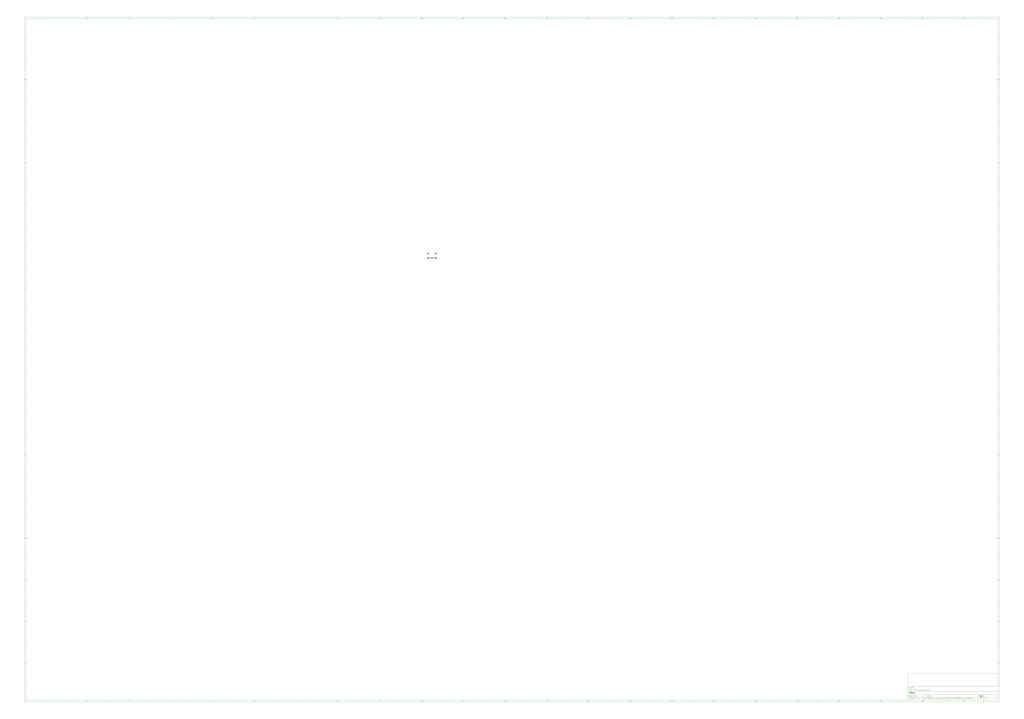
<source format=gbr>
%TF.GenerationSoftware,KiCad,Pcbnew,5.99.0-unknown-912657dd23~106~ubuntu20.04.1*%
%TF.CreationDate,2020-12-28T23:19:27+03:00*%
%TF.ProjectId,CM4_2,434d345f-322e-46b6-9963-61645f706362,rev?*%
%TF.SameCoordinates,PX1ce88340PY15c17540*%
%TF.FileFunction,Paste,Bot*%
%TF.FilePolarity,Positive*%
%FSLAX46Y46*%
G04 Gerber Fmt 4.6, Leading zero omitted, Abs format (unit mm)*
G04 Created by KiCad (PCBNEW 5.99.0-unknown-912657dd23~106~ubuntu20.04.1) date 2020-12-28 23:19:27*
%MOMM*%
%LPD*%
G01*
G04 APERTURE LIST*
%ADD10C,0.100000*%
%ADD11C,0.150000*%
%ADD12C,0.300000*%
%ADD13C,0.400000*%
%ADD14R,0.500000X2.000000*%
%ADD15R,2.000000X1.700000*%
G04 APERTURE END LIST*
D10*
D11*
X583999400Y-431994000D02*
X583999400Y-463994000D01*
X691999400Y-463994000D01*
X691999400Y-431994000D01*
X583999400Y-431994000D01*
D10*
D11*
X-475000000Y355000000D02*
X-475000000Y-465994000D01*
X693999400Y-465994000D01*
X693999400Y355000000D01*
X-475000000Y355000000D01*
D10*
D11*
X-473000000Y353000000D02*
X-473000000Y-463994000D01*
X691999400Y-463994000D01*
X691999400Y353000000D01*
X-473000000Y353000000D01*
D10*
D11*
X-425000000Y353000000D02*
X-425000000Y355000000D01*
D10*
D11*
X-375000000Y353000000D02*
X-375000000Y355000000D01*
D10*
D11*
X-325000000Y353000000D02*
X-325000000Y355000000D01*
D10*
D11*
X-275000000Y353000000D02*
X-275000000Y355000000D01*
D10*
D11*
X-225000000Y353000000D02*
X-225000000Y355000000D01*
D10*
D11*
X-175000000Y353000000D02*
X-175000000Y355000000D01*
D10*
D11*
X-125000000Y353000000D02*
X-125000000Y355000000D01*
D10*
D11*
X-75000000Y353000000D02*
X-75000000Y355000000D01*
D10*
D11*
X-25000000Y353000000D02*
X-25000000Y355000000D01*
D10*
D11*
X25000000Y353000000D02*
X25000000Y355000000D01*
D10*
D11*
X75000000Y353000000D02*
X75000000Y355000000D01*
D10*
D11*
X125000000Y353000000D02*
X125000000Y355000000D01*
D10*
D11*
X175000000Y353000000D02*
X175000000Y355000000D01*
D10*
D11*
X225000000Y353000000D02*
X225000000Y355000000D01*
D10*
D11*
X275000000Y353000000D02*
X275000000Y355000000D01*
D10*
D11*
X325000000Y353000000D02*
X325000000Y355000000D01*
D10*
D11*
X375000000Y353000000D02*
X375000000Y355000000D01*
D10*
D11*
X425000000Y353000000D02*
X425000000Y355000000D01*
D10*
D11*
X475000000Y353000000D02*
X475000000Y355000000D01*
D10*
D11*
X525000000Y353000000D02*
X525000000Y355000000D01*
D10*
D11*
X575000000Y353000000D02*
X575000000Y355000000D01*
D10*
D11*
X625000000Y353000000D02*
X625000000Y355000000D01*
D10*
D11*
X675000000Y353000000D02*
X675000000Y355000000D01*
D10*
D11*
X-448934524Y353411905D02*
X-449677381Y353411905D01*
X-449305953Y353411905D02*
X-449305953Y354711905D01*
X-449429762Y354526191D01*
X-449553572Y354402381D01*
X-449677381Y354340477D01*
D10*
D11*
X-399677381Y354588096D02*
X-399615477Y354650000D01*
X-399491667Y354711905D01*
X-399182143Y354711905D01*
X-399058334Y354650000D01*
X-398996429Y354588096D01*
X-398934524Y354464286D01*
X-398934524Y354340477D01*
X-398996429Y354154762D01*
X-399739286Y353411905D01*
X-398934524Y353411905D01*
D10*
D11*
X-349739286Y354711905D02*
X-348934524Y354711905D01*
X-349367858Y354216667D01*
X-349182143Y354216667D01*
X-349058334Y354154762D01*
X-348996429Y354092858D01*
X-348934524Y353969048D01*
X-348934524Y353659524D01*
X-348996429Y353535715D01*
X-349058334Y353473810D01*
X-349182143Y353411905D01*
X-349553572Y353411905D01*
X-349677381Y353473810D01*
X-349739286Y353535715D01*
D10*
D11*
X-299058334Y354278572D02*
X-299058334Y353411905D01*
X-299367858Y354773810D02*
X-299677381Y353845239D01*
X-298872620Y353845239D01*
D10*
D11*
X-248996429Y354711905D02*
X-249615477Y354711905D01*
X-249677381Y354092858D01*
X-249615477Y354154762D01*
X-249491667Y354216667D01*
X-249182143Y354216667D01*
X-249058334Y354154762D01*
X-248996429Y354092858D01*
X-248934524Y353969048D01*
X-248934524Y353659524D01*
X-248996429Y353535715D01*
X-249058334Y353473810D01*
X-249182143Y353411905D01*
X-249491667Y353411905D01*
X-249615477Y353473810D01*
X-249677381Y353535715D01*
D10*
D11*
X-199058334Y354711905D02*
X-199305953Y354711905D01*
X-199429762Y354650000D01*
X-199491667Y354588096D01*
X-199615477Y354402381D01*
X-199677381Y354154762D01*
X-199677381Y353659524D01*
X-199615477Y353535715D01*
X-199553572Y353473810D01*
X-199429762Y353411905D01*
X-199182143Y353411905D01*
X-199058334Y353473810D01*
X-198996429Y353535715D01*
X-198934524Y353659524D01*
X-198934524Y353969048D01*
X-198996429Y354092858D01*
X-199058334Y354154762D01*
X-199182143Y354216667D01*
X-199429762Y354216667D01*
X-199553572Y354154762D01*
X-199615477Y354092858D01*
X-199677381Y353969048D01*
D10*
D11*
X-149739286Y354711905D02*
X-148872620Y354711905D01*
X-149429762Y353411905D01*
D10*
D11*
X-99429762Y354154762D02*
X-99553572Y354216667D01*
X-99615477Y354278572D01*
X-99677381Y354402381D01*
X-99677381Y354464286D01*
X-99615477Y354588096D01*
X-99553572Y354650000D01*
X-99429762Y354711905D01*
X-99182143Y354711905D01*
X-99058334Y354650000D01*
X-98996429Y354588096D01*
X-98934524Y354464286D01*
X-98934524Y354402381D01*
X-98996429Y354278572D01*
X-99058334Y354216667D01*
X-99182143Y354154762D01*
X-99429762Y354154762D01*
X-99553572Y354092858D01*
X-99615477Y354030953D01*
X-99677381Y353907143D01*
X-99677381Y353659524D01*
X-99615477Y353535715D01*
X-99553572Y353473810D01*
X-99429762Y353411905D01*
X-99182143Y353411905D01*
X-99058334Y353473810D01*
X-98996429Y353535715D01*
X-98934524Y353659524D01*
X-98934524Y353907143D01*
X-98996429Y354030953D01*
X-99058334Y354092858D01*
X-99182143Y354154762D01*
D10*
D11*
X-49553572Y353411905D02*
X-49305953Y353411905D01*
X-49182143Y353473810D01*
X-49120239Y353535715D01*
X-48996429Y353721429D01*
X-48934524Y353969048D01*
X-48934524Y354464286D01*
X-48996429Y354588096D01*
X-49058334Y354650000D01*
X-49182143Y354711905D01*
X-49429762Y354711905D01*
X-49553572Y354650000D01*
X-49615477Y354588096D01*
X-49677381Y354464286D01*
X-49677381Y354154762D01*
X-49615477Y354030953D01*
X-49553572Y353969048D01*
X-49429762Y353907143D01*
X-49182143Y353907143D01*
X-49058334Y353969048D01*
X-48996429Y354030953D01*
X-48934524Y354154762D01*
D10*
D11*
X1065476Y353411905D02*
X322619Y353411905D01*
X694047Y353411905D02*
X694047Y354711905D01*
X570238Y354526191D01*
X446428Y354402381D01*
X322619Y354340477D01*
X1870238Y354711905D02*
X1994047Y354711905D01*
X2117857Y354650000D01*
X2179761Y354588096D01*
X2241666Y354464286D01*
X2303571Y354216667D01*
X2303571Y353907143D01*
X2241666Y353659524D01*
X2179761Y353535715D01*
X2117857Y353473810D01*
X1994047Y353411905D01*
X1870238Y353411905D01*
X1746428Y353473810D01*
X1684523Y353535715D01*
X1622619Y353659524D01*
X1560714Y353907143D01*
X1560714Y354216667D01*
X1622619Y354464286D01*
X1684523Y354588096D01*
X1746428Y354650000D01*
X1870238Y354711905D01*
D10*
D11*
X51065476Y353411905D02*
X50322619Y353411905D01*
X50694047Y353411905D02*
X50694047Y354711905D01*
X50570238Y354526191D01*
X50446428Y354402381D01*
X50322619Y354340477D01*
X52303571Y353411905D02*
X51560714Y353411905D01*
X51932142Y353411905D02*
X51932142Y354711905D01*
X51808333Y354526191D01*
X51684523Y354402381D01*
X51560714Y354340477D01*
D10*
D11*
X101065476Y353411905D02*
X100322619Y353411905D01*
X100694047Y353411905D02*
X100694047Y354711905D01*
X100570238Y354526191D01*
X100446428Y354402381D01*
X100322619Y354340477D01*
X101560714Y354588096D02*
X101622619Y354650000D01*
X101746428Y354711905D01*
X102055952Y354711905D01*
X102179761Y354650000D01*
X102241666Y354588096D01*
X102303571Y354464286D01*
X102303571Y354340477D01*
X102241666Y354154762D01*
X101498809Y353411905D01*
X102303571Y353411905D01*
D10*
D11*
X151065476Y353411905D02*
X150322619Y353411905D01*
X150694047Y353411905D02*
X150694047Y354711905D01*
X150570238Y354526191D01*
X150446428Y354402381D01*
X150322619Y354340477D01*
X151498809Y354711905D02*
X152303571Y354711905D01*
X151870238Y354216667D01*
X152055952Y354216667D01*
X152179761Y354154762D01*
X152241666Y354092858D01*
X152303571Y353969048D01*
X152303571Y353659524D01*
X152241666Y353535715D01*
X152179761Y353473810D01*
X152055952Y353411905D01*
X151684523Y353411905D01*
X151560714Y353473810D01*
X151498809Y353535715D01*
D10*
D11*
X201065476Y353411905D02*
X200322619Y353411905D01*
X200694047Y353411905D02*
X200694047Y354711905D01*
X200570238Y354526191D01*
X200446428Y354402381D01*
X200322619Y354340477D01*
X202179761Y354278572D02*
X202179761Y353411905D01*
X201870238Y354773810D02*
X201560714Y353845239D01*
X202365476Y353845239D01*
D10*
D11*
X251065476Y353411905D02*
X250322619Y353411905D01*
X250694047Y353411905D02*
X250694047Y354711905D01*
X250570238Y354526191D01*
X250446428Y354402381D01*
X250322619Y354340477D01*
X252241666Y354711905D02*
X251622619Y354711905D01*
X251560714Y354092858D01*
X251622619Y354154762D01*
X251746428Y354216667D01*
X252055952Y354216667D01*
X252179761Y354154762D01*
X252241666Y354092858D01*
X252303571Y353969048D01*
X252303571Y353659524D01*
X252241666Y353535715D01*
X252179761Y353473810D01*
X252055952Y353411905D01*
X251746428Y353411905D01*
X251622619Y353473810D01*
X251560714Y353535715D01*
D10*
D11*
X301065476Y353411905D02*
X300322619Y353411905D01*
X300694047Y353411905D02*
X300694047Y354711905D01*
X300570238Y354526191D01*
X300446428Y354402381D01*
X300322619Y354340477D01*
X302179761Y354711905D02*
X301932142Y354711905D01*
X301808333Y354650000D01*
X301746428Y354588096D01*
X301622619Y354402381D01*
X301560714Y354154762D01*
X301560714Y353659524D01*
X301622619Y353535715D01*
X301684523Y353473810D01*
X301808333Y353411905D01*
X302055952Y353411905D01*
X302179761Y353473810D01*
X302241666Y353535715D01*
X302303571Y353659524D01*
X302303571Y353969048D01*
X302241666Y354092858D01*
X302179761Y354154762D01*
X302055952Y354216667D01*
X301808333Y354216667D01*
X301684523Y354154762D01*
X301622619Y354092858D01*
X301560714Y353969048D01*
D10*
D11*
X351065476Y353411905D02*
X350322619Y353411905D01*
X350694047Y353411905D02*
X350694047Y354711905D01*
X350570238Y354526191D01*
X350446428Y354402381D01*
X350322619Y354340477D01*
X351498809Y354711905D02*
X352365476Y354711905D01*
X351808333Y353411905D01*
D10*
D11*
X401065476Y353411905D02*
X400322619Y353411905D01*
X400694047Y353411905D02*
X400694047Y354711905D01*
X400570238Y354526191D01*
X400446428Y354402381D01*
X400322619Y354340477D01*
X401808333Y354154762D02*
X401684523Y354216667D01*
X401622619Y354278572D01*
X401560714Y354402381D01*
X401560714Y354464286D01*
X401622619Y354588096D01*
X401684523Y354650000D01*
X401808333Y354711905D01*
X402055952Y354711905D01*
X402179761Y354650000D01*
X402241666Y354588096D01*
X402303571Y354464286D01*
X402303571Y354402381D01*
X402241666Y354278572D01*
X402179761Y354216667D01*
X402055952Y354154762D01*
X401808333Y354154762D01*
X401684523Y354092858D01*
X401622619Y354030953D01*
X401560714Y353907143D01*
X401560714Y353659524D01*
X401622619Y353535715D01*
X401684523Y353473810D01*
X401808333Y353411905D01*
X402055952Y353411905D01*
X402179761Y353473810D01*
X402241666Y353535715D01*
X402303571Y353659524D01*
X402303571Y353907143D01*
X402241666Y354030953D01*
X402179761Y354092858D01*
X402055952Y354154762D01*
D10*
D11*
X451065476Y353411905D02*
X450322619Y353411905D01*
X450694047Y353411905D02*
X450694047Y354711905D01*
X450570238Y354526191D01*
X450446428Y354402381D01*
X450322619Y354340477D01*
X451684523Y353411905D02*
X451932142Y353411905D01*
X452055952Y353473810D01*
X452117857Y353535715D01*
X452241666Y353721429D01*
X452303571Y353969048D01*
X452303571Y354464286D01*
X452241666Y354588096D01*
X452179761Y354650000D01*
X452055952Y354711905D01*
X451808333Y354711905D01*
X451684523Y354650000D01*
X451622619Y354588096D01*
X451560714Y354464286D01*
X451560714Y354154762D01*
X451622619Y354030953D01*
X451684523Y353969048D01*
X451808333Y353907143D01*
X452055952Y353907143D01*
X452179761Y353969048D01*
X452241666Y354030953D01*
X452303571Y354154762D01*
D10*
D11*
X500322619Y354588096D02*
X500384523Y354650000D01*
X500508333Y354711905D01*
X500817857Y354711905D01*
X500941666Y354650000D01*
X501003571Y354588096D01*
X501065476Y354464286D01*
X501065476Y354340477D01*
X501003571Y354154762D01*
X500260714Y353411905D01*
X501065476Y353411905D01*
X501870238Y354711905D02*
X501994047Y354711905D01*
X502117857Y354650000D01*
X502179761Y354588096D01*
X502241666Y354464286D01*
X502303571Y354216667D01*
X502303571Y353907143D01*
X502241666Y353659524D01*
X502179761Y353535715D01*
X502117857Y353473810D01*
X501994047Y353411905D01*
X501870238Y353411905D01*
X501746428Y353473810D01*
X501684523Y353535715D01*
X501622619Y353659524D01*
X501560714Y353907143D01*
X501560714Y354216667D01*
X501622619Y354464286D01*
X501684523Y354588096D01*
X501746428Y354650000D01*
X501870238Y354711905D01*
D10*
D11*
X550322619Y354588096D02*
X550384523Y354650000D01*
X550508333Y354711905D01*
X550817857Y354711905D01*
X550941666Y354650000D01*
X551003571Y354588096D01*
X551065476Y354464286D01*
X551065476Y354340477D01*
X551003571Y354154762D01*
X550260714Y353411905D01*
X551065476Y353411905D01*
X552303571Y353411905D02*
X551560714Y353411905D01*
X551932142Y353411905D02*
X551932142Y354711905D01*
X551808333Y354526191D01*
X551684523Y354402381D01*
X551560714Y354340477D01*
D10*
D11*
X600322619Y354588096D02*
X600384523Y354650000D01*
X600508333Y354711905D01*
X600817857Y354711905D01*
X600941666Y354650000D01*
X601003571Y354588096D01*
X601065476Y354464286D01*
X601065476Y354340477D01*
X601003571Y354154762D01*
X600260714Y353411905D01*
X601065476Y353411905D01*
X601560714Y354588096D02*
X601622619Y354650000D01*
X601746428Y354711905D01*
X602055952Y354711905D01*
X602179761Y354650000D01*
X602241666Y354588096D01*
X602303571Y354464286D01*
X602303571Y354340477D01*
X602241666Y354154762D01*
X601498809Y353411905D01*
X602303571Y353411905D01*
D10*
D11*
X650322619Y354588096D02*
X650384523Y354650000D01*
X650508333Y354711905D01*
X650817857Y354711905D01*
X650941666Y354650000D01*
X651003571Y354588096D01*
X651065476Y354464286D01*
X651065476Y354340477D01*
X651003571Y354154762D01*
X650260714Y353411905D01*
X651065476Y353411905D01*
X651498809Y354711905D02*
X652303571Y354711905D01*
X651870238Y354216667D01*
X652055952Y354216667D01*
X652179761Y354154762D01*
X652241666Y354092858D01*
X652303571Y353969048D01*
X652303571Y353659524D01*
X652241666Y353535715D01*
X652179761Y353473810D01*
X652055952Y353411905D01*
X651684523Y353411905D01*
X651560714Y353473810D01*
X651498809Y353535715D01*
D10*
D11*
X-425000000Y-463994000D02*
X-425000000Y-465994000D01*
D10*
D11*
X-375000000Y-463994000D02*
X-375000000Y-465994000D01*
D10*
D11*
X-325000000Y-463994000D02*
X-325000000Y-465994000D01*
D10*
D11*
X-275000000Y-463994000D02*
X-275000000Y-465994000D01*
D10*
D11*
X-225000000Y-463994000D02*
X-225000000Y-465994000D01*
D10*
D11*
X-175000000Y-463994000D02*
X-175000000Y-465994000D01*
D10*
D11*
X-125000000Y-463994000D02*
X-125000000Y-465994000D01*
D10*
D11*
X-75000000Y-463994000D02*
X-75000000Y-465994000D01*
D10*
D11*
X-25000000Y-463994000D02*
X-25000000Y-465994000D01*
D10*
D11*
X25000000Y-463994000D02*
X25000000Y-465994000D01*
D10*
D11*
X75000000Y-463994000D02*
X75000000Y-465994000D01*
D10*
D11*
X125000000Y-463994000D02*
X125000000Y-465994000D01*
D10*
D11*
X175000000Y-463994000D02*
X175000000Y-465994000D01*
D10*
D11*
X225000000Y-463994000D02*
X225000000Y-465994000D01*
D10*
D11*
X275000000Y-463994000D02*
X275000000Y-465994000D01*
D10*
D11*
X325000000Y-463994000D02*
X325000000Y-465994000D01*
D10*
D11*
X375000000Y-463994000D02*
X375000000Y-465994000D01*
D10*
D11*
X425000000Y-463994000D02*
X425000000Y-465994000D01*
D10*
D11*
X475000000Y-463994000D02*
X475000000Y-465994000D01*
D10*
D11*
X525000000Y-463994000D02*
X525000000Y-465994000D01*
D10*
D11*
X575000000Y-463994000D02*
X575000000Y-465994000D01*
D10*
D11*
X625000000Y-463994000D02*
X625000000Y-465994000D01*
D10*
D11*
X675000000Y-463994000D02*
X675000000Y-465994000D01*
D10*
D11*
X-448934524Y-465582095D02*
X-449677381Y-465582095D01*
X-449305953Y-465582095D02*
X-449305953Y-464282095D01*
X-449429762Y-464467809D01*
X-449553572Y-464591619D01*
X-449677381Y-464653523D01*
D10*
D11*
X-399677381Y-464405904D02*
X-399615477Y-464344000D01*
X-399491667Y-464282095D01*
X-399182143Y-464282095D01*
X-399058334Y-464344000D01*
X-398996429Y-464405904D01*
X-398934524Y-464529714D01*
X-398934524Y-464653523D01*
X-398996429Y-464839238D01*
X-399739286Y-465582095D01*
X-398934524Y-465582095D01*
D10*
D11*
X-349739286Y-464282095D02*
X-348934524Y-464282095D01*
X-349367858Y-464777333D01*
X-349182143Y-464777333D01*
X-349058334Y-464839238D01*
X-348996429Y-464901142D01*
X-348934524Y-465024952D01*
X-348934524Y-465334476D01*
X-348996429Y-465458285D01*
X-349058334Y-465520190D01*
X-349182143Y-465582095D01*
X-349553572Y-465582095D01*
X-349677381Y-465520190D01*
X-349739286Y-465458285D01*
D10*
D11*
X-299058334Y-464715428D02*
X-299058334Y-465582095D01*
X-299367858Y-464220190D02*
X-299677381Y-465148761D01*
X-298872620Y-465148761D01*
D10*
D11*
X-248996429Y-464282095D02*
X-249615477Y-464282095D01*
X-249677381Y-464901142D01*
X-249615477Y-464839238D01*
X-249491667Y-464777333D01*
X-249182143Y-464777333D01*
X-249058334Y-464839238D01*
X-248996429Y-464901142D01*
X-248934524Y-465024952D01*
X-248934524Y-465334476D01*
X-248996429Y-465458285D01*
X-249058334Y-465520190D01*
X-249182143Y-465582095D01*
X-249491667Y-465582095D01*
X-249615477Y-465520190D01*
X-249677381Y-465458285D01*
D10*
D11*
X-199058334Y-464282095D02*
X-199305953Y-464282095D01*
X-199429762Y-464344000D01*
X-199491667Y-464405904D01*
X-199615477Y-464591619D01*
X-199677381Y-464839238D01*
X-199677381Y-465334476D01*
X-199615477Y-465458285D01*
X-199553572Y-465520190D01*
X-199429762Y-465582095D01*
X-199182143Y-465582095D01*
X-199058334Y-465520190D01*
X-198996429Y-465458285D01*
X-198934524Y-465334476D01*
X-198934524Y-465024952D01*
X-198996429Y-464901142D01*
X-199058334Y-464839238D01*
X-199182143Y-464777333D01*
X-199429762Y-464777333D01*
X-199553572Y-464839238D01*
X-199615477Y-464901142D01*
X-199677381Y-465024952D01*
D10*
D11*
X-149739286Y-464282095D02*
X-148872620Y-464282095D01*
X-149429762Y-465582095D01*
D10*
D11*
X-99429762Y-464839238D02*
X-99553572Y-464777333D01*
X-99615477Y-464715428D01*
X-99677381Y-464591619D01*
X-99677381Y-464529714D01*
X-99615477Y-464405904D01*
X-99553572Y-464344000D01*
X-99429762Y-464282095D01*
X-99182143Y-464282095D01*
X-99058334Y-464344000D01*
X-98996429Y-464405904D01*
X-98934524Y-464529714D01*
X-98934524Y-464591619D01*
X-98996429Y-464715428D01*
X-99058334Y-464777333D01*
X-99182143Y-464839238D01*
X-99429762Y-464839238D01*
X-99553572Y-464901142D01*
X-99615477Y-464963047D01*
X-99677381Y-465086857D01*
X-99677381Y-465334476D01*
X-99615477Y-465458285D01*
X-99553572Y-465520190D01*
X-99429762Y-465582095D01*
X-99182143Y-465582095D01*
X-99058334Y-465520190D01*
X-98996429Y-465458285D01*
X-98934524Y-465334476D01*
X-98934524Y-465086857D01*
X-98996429Y-464963047D01*
X-99058334Y-464901142D01*
X-99182143Y-464839238D01*
D10*
D11*
X-49553572Y-465582095D02*
X-49305953Y-465582095D01*
X-49182143Y-465520190D01*
X-49120239Y-465458285D01*
X-48996429Y-465272571D01*
X-48934524Y-465024952D01*
X-48934524Y-464529714D01*
X-48996429Y-464405904D01*
X-49058334Y-464344000D01*
X-49182143Y-464282095D01*
X-49429762Y-464282095D01*
X-49553572Y-464344000D01*
X-49615477Y-464405904D01*
X-49677381Y-464529714D01*
X-49677381Y-464839238D01*
X-49615477Y-464963047D01*
X-49553572Y-465024952D01*
X-49429762Y-465086857D01*
X-49182143Y-465086857D01*
X-49058334Y-465024952D01*
X-48996429Y-464963047D01*
X-48934524Y-464839238D01*
D10*
D11*
X1065476Y-465582095D02*
X322619Y-465582095D01*
X694047Y-465582095D02*
X694047Y-464282095D01*
X570238Y-464467809D01*
X446428Y-464591619D01*
X322619Y-464653523D01*
X1870238Y-464282095D02*
X1994047Y-464282095D01*
X2117857Y-464344000D01*
X2179761Y-464405904D01*
X2241666Y-464529714D01*
X2303571Y-464777333D01*
X2303571Y-465086857D01*
X2241666Y-465334476D01*
X2179761Y-465458285D01*
X2117857Y-465520190D01*
X1994047Y-465582095D01*
X1870238Y-465582095D01*
X1746428Y-465520190D01*
X1684523Y-465458285D01*
X1622619Y-465334476D01*
X1560714Y-465086857D01*
X1560714Y-464777333D01*
X1622619Y-464529714D01*
X1684523Y-464405904D01*
X1746428Y-464344000D01*
X1870238Y-464282095D01*
D10*
D11*
X51065476Y-465582095D02*
X50322619Y-465582095D01*
X50694047Y-465582095D02*
X50694047Y-464282095D01*
X50570238Y-464467809D01*
X50446428Y-464591619D01*
X50322619Y-464653523D01*
X52303571Y-465582095D02*
X51560714Y-465582095D01*
X51932142Y-465582095D02*
X51932142Y-464282095D01*
X51808333Y-464467809D01*
X51684523Y-464591619D01*
X51560714Y-464653523D01*
D10*
D11*
X101065476Y-465582095D02*
X100322619Y-465582095D01*
X100694047Y-465582095D02*
X100694047Y-464282095D01*
X100570238Y-464467809D01*
X100446428Y-464591619D01*
X100322619Y-464653523D01*
X101560714Y-464405904D02*
X101622619Y-464344000D01*
X101746428Y-464282095D01*
X102055952Y-464282095D01*
X102179761Y-464344000D01*
X102241666Y-464405904D01*
X102303571Y-464529714D01*
X102303571Y-464653523D01*
X102241666Y-464839238D01*
X101498809Y-465582095D01*
X102303571Y-465582095D01*
D10*
D11*
X151065476Y-465582095D02*
X150322619Y-465582095D01*
X150694047Y-465582095D02*
X150694047Y-464282095D01*
X150570238Y-464467809D01*
X150446428Y-464591619D01*
X150322619Y-464653523D01*
X151498809Y-464282095D02*
X152303571Y-464282095D01*
X151870238Y-464777333D01*
X152055952Y-464777333D01*
X152179761Y-464839238D01*
X152241666Y-464901142D01*
X152303571Y-465024952D01*
X152303571Y-465334476D01*
X152241666Y-465458285D01*
X152179761Y-465520190D01*
X152055952Y-465582095D01*
X151684523Y-465582095D01*
X151560714Y-465520190D01*
X151498809Y-465458285D01*
D10*
D11*
X201065476Y-465582095D02*
X200322619Y-465582095D01*
X200694047Y-465582095D02*
X200694047Y-464282095D01*
X200570238Y-464467809D01*
X200446428Y-464591619D01*
X200322619Y-464653523D01*
X202179761Y-464715428D02*
X202179761Y-465582095D01*
X201870238Y-464220190D02*
X201560714Y-465148761D01*
X202365476Y-465148761D01*
D10*
D11*
X251065476Y-465582095D02*
X250322619Y-465582095D01*
X250694047Y-465582095D02*
X250694047Y-464282095D01*
X250570238Y-464467809D01*
X250446428Y-464591619D01*
X250322619Y-464653523D01*
X252241666Y-464282095D02*
X251622619Y-464282095D01*
X251560714Y-464901142D01*
X251622619Y-464839238D01*
X251746428Y-464777333D01*
X252055952Y-464777333D01*
X252179761Y-464839238D01*
X252241666Y-464901142D01*
X252303571Y-465024952D01*
X252303571Y-465334476D01*
X252241666Y-465458285D01*
X252179761Y-465520190D01*
X252055952Y-465582095D01*
X251746428Y-465582095D01*
X251622619Y-465520190D01*
X251560714Y-465458285D01*
D10*
D11*
X301065476Y-465582095D02*
X300322619Y-465582095D01*
X300694047Y-465582095D02*
X300694047Y-464282095D01*
X300570238Y-464467809D01*
X300446428Y-464591619D01*
X300322619Y-464653523D01*
X302179761Y-464282095D02*
X301932142Y-464282095D01*
X301808333Y-464344000D01*
X301746428Y-464405904D01*
X301622619Y-464591619D01*
X301560714Y-464839238D01*
X301560714Y-465334476D01*
X301622619Y-465458285D01*
X301684523Y-465520190D01*
X301808333Y-465582095D01*
X302055952Y-465582095D01*
X302179761Y-465520190D01*
X302241666Y-465458285D01*
X302303571Y-465334476D01*
X302303571Y-465024952D01*
X302241666Y-464901142D01*
X302179761Y-464839238D01*
X302055952Y-464777333D01*
X301808333Y-464777333D01*
X301684523Y-464839238D01*
X301622619Y-464901142D01*
X301560714Y-465024952D01*
D10*
D11*
X351065476Y-465582095D02*
X350322619Y-465582095D01*
X350694047Y-465582095D02*
X350694047Y-464282095D01*
X350570238Y-464467809D01*
X350446428Y-464591619D01*
X350322619Y-464653523D01*
X351498809Y-464282095D02*
X352365476Y-464282095D01*
X351808333Y-465582095D01*
D10*
D11*
X401065476Y-465582095D02*
X400322619Y-465582095D01*
X400694047Y-465582095D02*
X400694047Y-464282095D01*
X400570238Y-464467809D01*
X400446428Y-464591619D01*
X400322619Y-464653523D01*
X401808333Y-464839238D02*
X401684523Y-464777333D01*
X401622619Y-464715428D01*
X401560714Y-464591619D01*
X401560714Y-464529714D01*
X401622619Y-464405904D01*
X401684523Y-464344000D01*
X401808333Y-464282095D01*
X402055952Y-464282095D01*
X402179761Y-464344000D01*
X402241666Y-464405904D01*
X402303571Y-464529714D01*
X402303571Y-464591619D01*
X402241666Y-464715428D01*
X402179761Y-464777333D01*
X402055952Y-464839238D01*
X401808333Y-464839238D01*
X401684523Y-464901142D01*
X401622619Y-464963047D01*
X401560714Y-465086857D01*
X401560714Y-465334476D01*
X401622619Y-465458285D01*
X401684523Y-465520190D01*
X401808333Y-465582095D01*
X402055952Y-465582095D01*
X402179761Y-465520190D01*
X402241666Y-465458285D01*
X402303571Y-465334476D01*
X402303571Y-465086857D01*
X402241666Y-464963047D01*
X402179761Y-464901142D01*
X402055952Y-464839238D01*
D10*
D11*
X451065476Y-465582095D02*
X450322619Y-465582095D01*
X450694047Y-465582095D02*
X450694047Y-464282095D01*
X450570238Y-464467809D01*
X450446428Y-464591619D01*
X450322619Y-464653523D01*
X451684523Y-465582095D02*
X451932142Y-465582095D01*
X452055952Y-465520190D01*
X452117857Y-465458285D01*
X452241666Y-465272571D01*
X452303571Y-465024952D01*
X452303571Y-464529714D01*
X452241666Y-464405904D01*
X452179761Y-464344000D01*
X452055952Y-464282095D01*
X451808333Y-464282095D01*
X451684523Y-464344000D01*
X451622619Y-464405904D01*
X451560714Y-464529714D01*
X451560714Y-464839238D01*
X451622619Y-464963047D01*
X451684523Y-465024952D01*
X451808333Y-465086857D01*
X452055952Y-465086857D01*
X452179761Y-465024952D01*
X452241666Y-464963047D01*
X452303571Y-464839238D01*
D10*
D11*
X500322619Y-464405904D02*
X500384523Y-464344000D01*
X500508333Y-464282095D01*
X500817857Y-464282095D01*
X500941666Y-464344000D01*
X501003571Y-464405904D01*
X501065476Y-464529714D01*
X501065476Y-464653523D01*
X501003571Y-464839238D01*
X500260714Y-465582095D01*
X501065476Y-465582095D01*
X501870238Y-464282095D02*
X501994047Y-464282095D01*
X502117857Y-464344000D01*
X502179761Y-464405904D01*
X502241666Y-464529714D01*
X502303571Y-464777333D01*
X502303571Y-465086857D01*
X502241666Y-465334476D01*
X502179761Y-465458285D01*
X502117857Y-465520190D01*
X501994047Y-465582095D01*
X501870238Y-465582095D01*
X501746428Y-465520190D01*
X501684523Y-465458285D01*
X501622619Y-465334476D01*
X501560714Y-465086857D01*
X501560714Y-464777333D01*
X501622619Y-464529714D01*
X501684523Y-464405904D01*
X501746428Y-464344000D01*
X501870238Y-464282095D01*
D10*
D11*
X550322619Y-464405904D02*
X550384523Y-464344000D01*
X550508333Y-464282095D01*
X550817857Y-464282095D01*
X550941666Y-464344000D01*
X551003571Y-464405904D01*
X551065476Y-464529714D01*
X551065476Y-464653523D01*
X551003571Y-464839238D01*
X550260714Y-465582095D01*
X551065476Y-465582095D01*
X552303571Y-465582095D02*
X551560714Y-465582095D01*
X551932142Y-465582095D02*
X551932142Y-464282095D01*
X551808333Y-464467809D01*
X551684523Y-464591619D01*
X551560714Y-464653523D01*
D10*
D11*
X600322619Y-464405904D02*
X600384523Y-464344000D01*
X600508333Y-464282095D01*
X600817857Y-464282095D01*
X600941666Y-464344000D01*
X601003571Y-464405904D01*
X601065476Y-464529714D01*
X601065476Y-464653523D01*
X601003571Y-464839238D01*
X600260714Y-465582095D01*
X601065476Y-465582095D01*
X601560714Y-464405904D02*
X601622619Y-464344000D01*
X601746428Y-464282095D01*
X602055952Y-464282095D01*
X602179761Y-464344000D01*
X602241666Y-464405904D01*
X602303571Y-464529714D01*
X602303571Y-464653523D01*
X602241666Y-464839238D01*
X601498809Y-465582095D01*
X602303571Y-465582095D01*
D10*
D11*
X650322619Y-464405904D02*
X650384523Y-464344000D01*
X650508333Y-464282095D01*
X650817857Y-464282095D01*
X650941666Y-464344000D01*
X651003571Y-464405904D01*
X651065476Y-464529714D01*
X651065476Y-464653523D01*
X651003571Y-464839238D01*
X650260714Y-465582095D01*
X651065476Y-465582095D01*
X651498809Y-464282095D02*
X652303571Y-464282095D01*
X651870238Y-464777333D01*
X652055952Y-464777333D01*
X652179761Y-464839238D01*
X652241666Y-464901142D01*
X652303571Y-465024952D01*
X652303571Y-465334476D01*
X652241666Y-465458285D01*
X652179761Y-465520190D01*
X652055952Y-465582095D01*
X651684523Y-465582095D01*
X651560714Y-465520190D01*
X651498809Y-465458285D01*
D10*
D11*
X-475000000Y305000000D02*
X-473000000Y305000000D01*
D10*
D11*
X-475000000Y255000000D02*
X-473000000Y255000000D01*
D10*
D11*
X-475000000Y205000000D02*
X-473000000Y205000000D01*
D10*
D11*
X-475000000Y155000000D02*
X-473000000Y155000000D01*
D10*
D11*
X-475000000Y105000000D02*
X-473000000Y105000000D01*
D10*
D11*
X-475000000Y55000000D02*
X-473000000Y55000000D01*
D10*
D11*
X-475000000Y5000000D02*
X-473000000Y5000000D01*
D10*
D11*
X-475000000Y-45000000D02*
X-473000000Y-45000000D01*
D10*
D11*
X-475000000Y-95000000D02*
X-473000000Y-95000000D01*
D10*
D11*
X-475000000Y-145000000D02*
X-473000000Y-145000000D01*
D10*
D11*
X-475000000Y-195000000D02*
X-473000000Y-195000000D01*
D10*
D11*
X-475000000Y-245000000D02*
X-473000000Y-245000000D01*
D10*
D11*
X-475000000Y-295000000D02*
X-473000000Y-295000000D01*
D10*
D11*
X-475000000Y-345000000D02*
X-473000000Y-345000000D01*
D10*
D11*
X-475000000Y-395000000D02*
X-473000000Y-395000000D01*
D10*
D11*
X-475000000Y-445000000D02*
X-473000000Y-445000000D01*
D10*
D11*
X-474309524Y329783334D02*
X-473690477Y329783334D01*
X-474433334Y329411905D02*
X-474000000Y330711905D01*
X-473566667Y329411905D01*
D10*
D11*
X-473907143Y280092858D02*
X-473721429Y280030953D01*
X-473659524Y279969048D01*
X-473597620Y279845239D01*
X-473597620Y279659524D01*
X-473659524Y279535715D01*
X-473721429Y279473810D01*
X-473845239Y279411905D01*
X-474340477Y279411905D01*
X-474340477Y280711905D01*
X-473907143Y280711905D01*
X-473783334Y280650000D01*
X-473721429Y280588096D01*
X-473659524Y280464286D01*
X-473659524Y280340477D01*
X-473721429Y280216667D01*
X-473783334Y280154762D01*
X-473907143Y280092858D01*
X-474340477Y280092858D01*
D10*
D11*
X-473597620Y229535715D02*
X-473659524Y229473810D01*
X-473845239Y229411905D01*
X-473969048Y229411905D01*
X-474154762Y229473810D01*
X-474278572Y229597620D01*
X-474340477Y229721429D01*
X-474402381Y229969048D01*
X-474402381Y230154762D01*
X-474340477Y230402381D01*
X-474278572Y230526191D01*
X-474154762Y230650000D01*
X-473969048Y230711905D01*
X-473845239Y230711905D01*
X-473659524Y230650000D01*
X-473597620Y230588096D01*
D10*
D11*
X-474340477Y179411905D02*
X-474340477Y180711905D01*
X-474030953Y180711905D01*
X-473845239Y180650000D01*
X-473721429Y180526191D01*
X-473659524Y180402381D01*
X-473597620Y180154762D01*
X-473597620Y179969048D01*
X-473659524Y179721429D01*
X-473721429Y179597620D01*
X-473845239Y179473810D01*
X-474030953Y179411905D01*
X-474340477Y179411905D01*
D10*
D11*
X-474278572Y130092858D02*
X-473845239Y130092858D01*
X-473659524Y129411905D02*
X-474278572Y129411905D01*
X-474278572Y130711905D01*
X-473659524Y130711905D01*
D10*
D11*
X-473814286Y80092858D02*
X-474247620Y80092858D01*
X-474247620Y79411905D02*
X-474247620Y80711905D01*
X-473628572Y80711905D01*
D10*
D11*
X-473659524Y30650000D02*
X-473783334Y30711905D01*
X-473969048Y30711905D01*
X-474154762Y30650000D01*
X-474278572Y30526191D01*
X-474340477Y30402381D01*
X-474402381Y30154762D01*
X-474402381Y29969048D01*
X-474340477Y29721429D01*
X-474278572Y29597620D01*
X-474154762Y29473810D01*
X-473969048Y29411905D01*
X-473845239Y29411905D01*
X-473659524Y29473810D01*
X-473597620Y29535715D01*
X-473597620Y29969048D01*
X-473845239Y29969048D01*
D10*
D11*
X-474371429Y-20588095D02*
X-474371429Y-19288095D01*
X-474371429Y-19907142D02*
X-473628572Y-19907142D01*
X-473628572Y-20588095D02*
X-473628572Y-19288095D01*
D10*
D11*
X-474000000Y-70588095D02*
X-474000000Y-69288095D01*
D10*
D11*
X-473814286Y-119288095D02*
X-473814286Y-120216666D01*
X-473876191Y-120402380D01*
X-474000000Y-120526190D01*
X-474185715Y-120588095D01*
X-474309524Y-120588095D01*
D10*
D11*
X-474340477Y-170588095D02*
X-474340477Y-169288095D01*
X-473597620Y-170588095D02*
X-474154762Y-169845238D01*
X-473597620Y-169288095D02*
X-474340477Y-170030952D01*
D10*
D11*
X-473597620Y-220588095D02*
X-474216667Y-220588095D01*
X-474216667Y-219288095D01*
D10*
D11*
X-474433334Y-270588095D02*
X-474433334Y-269288095D01*
X-474000000Y-270216666D01*
X-473566667Y-269288095D01*
X-473566667Y-270588095D01*
D10*
D11*
X-474371429Y-320588095D02*
X-474371429Y-319288095D01*
X-473628572Y-320588095D01*
X-473628572Y-319288095D01*
D10*
D11*
X-474123810Y-369288095D02*
X-473876191Y-369288095D01*
X-473752381Y-369350000D01*
X-473628572Y-369473809D01*
X-473566667Y-369721428D01*
X-473566667Y-370154761D01*
X-473628572Y-370402380D01*
X-473752381Y-370526190D01*
X-473876191Y-370588095D01*
X-474123810Y-370588095D01*
X-474247620Y-370526190D01*
X-474371429Y-370402380D01*
X-474433334Y-370154761D01*
X-474433334Y-369721428D01*
X-474371429Y-369473809D01*
X-474247620Y-369350000D01*
X-474123810Y-369288095D01*
D10*
D11*
X-474340477Y-420588095D02*
X-474340477Y-419288095D01*
X-473845239Y-419288095D01*
X-473721429Y-419350000D01*
X-473659524Y-419411904D01*
X-473597620Y-419535714D01*
X-473597620Y-419721428D01*
X-473659524Y-419845238D01*
X-473721429Y-419907142D01*
X-473845239Y-419969047D01*
X-474340477Y-419969047D01*
D10*
D11*
X693999400Y305000000D02*
X691999400Y305000000D01*
D10*
D11*
X693999400Y255000000D02*
X691999400Y255000000D01*
D10*
D11*
X693999400Y205000000D02*
X691999400Y205000000D01*
D10*
D11*
X693999400Y155000000D02*
X691999400Y155000000D01*
D10*
D11*
X693999400Y105000000D02*
X691999400Y105000000D01*
D10*
D11*
X693999400Y55000000D02*
X691999400Y55000000D01*
D10*
D11*
X693999400Y5000000D02*
X691999400Y5000000D01*
D10*
D11*
X693999400Y-45000000D02*
X691999400Y-45000000D01*
D10*
D11*
X693999400Y-95000000D02*
X691999400Y-95000000D01*
D10*
D11*
X693999400Y-145000000D02*
X691999400Y-145000000D01*
D10*
D11*
X693999400Y-195000000D02*
X691999400Y-195000000D01*
D10*
D11*
X693999400Y-245000000D02*
X691999400Y-245000000D01*
D10*
D11*
X693999400Y-295000000D02*
X691999400Y-295000000D01*
D10*
D11*
X693999400Y-345000000D02*
X691999400Y-345000000D01*
D10*
D11*
X693999400Y-395000000D02*
X691999400Y-395000000D01*
D10*
D11*
X693999400Y-445000000D02*
X691999400Y-445000000D01*
D10*
D11*
X692689876Y329783334D02*
X693308923Y329783334D01*
X692566066Y329411905D02*
X692999400Y330711905D01*
X693432733Y329411905D01*
D10*
D11*
X693092257Y280092858D02*
X693277971Y280030953D01*
X693339876Y279969048D01*
X693401780Y279845239D01*
X693401780Y279659524D01*
X693339876Y279535715D01*
X693277971Y279473810D01*
X693154161Y279411905D01*
X692658923Y279411905D01*
X692658923Y280711905D01*
X693092257Y280711905D01*
X693216066Y280650000D01*
X693277971Y280588096D01*
X693339876Y280464286D01*
X693339876Y280340477D01*
X693277971Y280216667D01*
X693216066Y280154762D01*
X693092257Y280092858D01*
X692658923Y280092858D01*
D10*
D11*
X693401780Y229535715D02*
X693339876Y229473810D01*
X693154161Y229411905D01*
X693030352Y229411905D01*
X692844638Y229473810D01*
X692720828Y229597620D01*
X692658923Y229721429D01*
X692597019Y229969048D01*
X692597019Y230154762D01*
X692658923Y230402381D01*
X692720828Y230526191D01*
X692844638Y230650000D01*
X693030352Y230711905D01*
X693154161Y230711905D01*
X693339876Y230650000D01*
X693401780Y230588096D01*
D10*
D11*
X692658923Y179411905D02*
X692658923Y180711905D01*
X692968447Y180711905D01*
X693154161Y180650000D01*
X693277971Y180526191D01*
X693339876Y180402381D01*
X693401780Y180154762D01*
X693401780Y179969048D01*
X693339876Y179721429D01*
X693277971Y179597620D01*
X693154161Y179473810D01*
X692968447Y179411905D01*
X692658923Y179411905D01*
D10*
D11*
X692720828Y130092858D02*
X693154161Y130092858D01*
X693339876Y129411905D02*
X692720828Y129411905D01*
X692720828Y130711905D01*
X693339876Y130711905D01*
D10*
D11*
X693185114Y80092858D02*
X692751780Y80092858D01*
X692751780Y79411905D02*
X692751780Y80711905D01*
X693370828Y80711905D01*
D10*
D11*
X693339876Y30650000D02*
X693216066Y30711905D01*
X693030352Y30711905D01*
X692844638Y30650000D01*
X692720828Y30526191D01*
X692658923Y30402381D01*
X692597019Y30154762D01*
X692597019Y29969048D01*
X692658923Y29721429D01*
X692720828Y29597620D01*
X692844638Y29473810D01*
X693030352Y29411905D01*
X693154161Y29411905D01*
X693339876Y29473810D01*
X693401780Y29535715D01*
X693401780Y29969048D01*
X693154161Y29969048D01*
D10*
D11*
X692627971Y-20588095D02*
X692627971Y-19288095D01*
X692627971Y-19907142D02*
X693370828Y-19907142D01*
X693370828Y-20588095D02*
X693370828Y-19288095D01*
D10*
D11*
X692999400Y-70588095D02*
X692999400Y-69288095D01*
D10*
D11*
X693185114Y-119288095D02*
X693185114Y-120216666D01*
X693123209Y-120402380D01*
X692999400Y-120526190D01*
X692813685Y-120588095D01*
X692689876Y-120588095D01*
D10*
D11*
X692658923Y-170588095D02*
X692658923Y-169288095D01*
X693401780Y-170588095D02*
X692844638Y-169845238D01*
X693401780Y-169288095D02*
X692658923Y-170030952D01*
D10*
D11*
X693401780Y-220588095D02*
X692782733Y-220588095D01*
X692782733Y-219288095D01*
D10*
D11*
X692566066Y-270588095D02*
X692566066Y-269288095D01*
X692999400Y-270216666D01*
X693432733Y-269288095D01*
X693432733Y-270588095D01*
D10*
D11*
X692627971Y-320588095D02*
X692627971Y-319288095D01*
X693370828Y-320588095D01*
X693370828Y-319288095D01*
D10*
D11*
X692875590Y-369288095D02*
X693123209Y-369288095D01*
X693247019Y-369350000D01*
X693370828Y-369473809D01*
X693432733Y-369721428D01*
X693432733Y-370154761D01*
X693370828Y-370402380D01*
X693247019Y-370526190D01*
X693123209Y-370588095D01*
X692875590Y-370588095D01*
X692751780Y-370526190D01*
X692627971Y-370402380D01*
X692566066Y-370154761D01*
X692566066Y-369721428D01*
X692627971Y-369473809D01*
X692751780Y-369350000D01*
X692875590Y-369288095D01*
D10*
D11*
X692658923Y-420588095D02*
X692658923Y-419288095D01*
X693154161Y-419288095D01*
X693277971Y-419350000D01*
X693339876Y-419411904D01*
X693401780Y-419535714D01*
X693401780Y-419721428D01*
X693339876Y-419845238D01*
X693277971Y-419907142D01*
X693154161Y-419969047D01*
X692658923Y-419969047D01*
D10*
D11*
X607431542Y-459772571D02*
X607431542Y-458272571D01*
X607788685Y-458272571D01*
X608002971Y-458344000D01*
X608145828Y-458486857D01*
X608217257Y-458629714D01*
X608288685Y-458915428D01*
X608288685Y-459129714D01*
X608217257Y-459415428D01*
X608145828Y-459558285D01*
X608002971Y-459701142D01*
X607788685Y-459772571D01*
X607431542Y-459772571D01*
X609574400Y-459772571D02*
X609574400Y-458986857D01*
X609502971Y-458844000D01*
X609360114Y-458772571D01*
X609074400Y-458772571D01*
X608931542Y-458844000D01*
X609574400Y-459701142D02*
X609431542Y-459772571D01*
X609074400Y-459772571D01*
X608931542Y-459701142D01*
X608860114Y-459558285D01*
X608860114Y-459415428D01*
X608931542Y-459272571D01*
X609074400Y-459201142D01*
X609431542Y-459201142D01*
X609574400Y-459129714D01*
X610074400Y-458772571D02*
X610645828Y-458772571D01*
X610288685Y-458272571D02*
X610288685Y-459558285D01*
X610360114Y-459701142D01*
X610502971Y-459772571D01*
X610645828Y-459772571D01*
X611717257Y-459701142D02*
X611574400Y-459772571D01*
X611288685Y-459772571D01*
X611145828Y-459701142D01*
X611074400Y-459558285D01*
X611074400Y-458986857D01*
X611145828Y-458844000D01*
X611288685Y-458772571D01*
X611574400Y-458772571D01*
X611717257Y-458844000D01*
X611788685Y-458986857D01*
X611788685Y-459129714D01*
X611074400Y-459272571D01*
X612431542Y-459629714D02*
X612502971Y-459701142D01*
X612431542Y-459772571D01*
X612360114Y-459701142D01*
X612431542Y-459629714D01*
X612431542Y-459772571D01*
X612431542Y-458844000D02*
X612502971Y-458915428D01*
X612431542Y-458986857D01*
X612360114Y-458915428D01*
X612431542Y-458844000D01*
X612431542Y-458986857D01*
D10*
D11*
X583999400Y-460494000D02*
X691999400Y-460494000D01*
D10*
D11*
X585431542Y-462572571D02*
X585431542Y-461072571D01*
X586288685Y-462572571D02*
X585645828Y-461715428D01*
X586288685Y-461072571D02*
X585431542Y-461929714D01*
X586931542Y-462572571D02*
X586931542Y-461572571D01*
X586931542Y-461072571D02*
X586860114Y-461144000D01*
X586931542Y-461215428D01*
X587002971Y-461144000D01*
X586931542Y-461072571D01*
X586931542Y-461215428D01*
X588502971Y-462429714D02*
X588431542Y-462501142D01*
X588217257Y-462572571D01*
X588074400Y-462572571D01*
X587860114Y-462501142D01*
X587717257Y-462358285D01*
X587645828Y-462215428D01*
X587574400Y-461929714D01*
X587574400Y-461715428D01*
X587645828Y-461429714D01*
X587717257Y-461286857D01*
X587860114Y-461144000D01*
X588074400Y-461072571D01*
X588217257Y-461072571D01*
X588431542Y-461144000D01*
X588502971Y-461215428D01*
X589788685Y-462572571D02*
X589788685Y-461786857D01*
X589717257Y-461644000D01*
X589574400Y-461572571D01*
X589288685Y-461572571D01*
X589145828Y-461644000D01*
X589788685Y-462501142D02*
X589645828Y-462572571D01*
X589288685Y-462572571D01*
X589145828Y-462501142D01*
X589074400Y-462358285D01*
X589074400Y-462215428D01*
X589145828Y-462072571D01*
X589288685Y-462001142D01*
X589645828Y-462001142D01*
X589788685Y-461929714D01*
X591145828Y-462572571D02*
X591145828Y-461072571D01*
X591145828Y-462501142D02*
X591002971Y-462572571D01*
X590717257Y-462572571D01*
X590574400Y-462501142D01*
X590502971Y-462429714D01*
X590431542Y-462286857D01*
X590431542Y-461858285D01*
X590502971Y-461715428D01*
X590574400Y-461644000D01*
X590717257Y-461572571D01*
X591002971Y-461572571D01*
X591145828Y-461644000D01*
X593002971Y-461786857D02*
X593502971Y-461786857D01*
X593717257Y-462572571D02*
X593002971Y-462572571D01*
X593002971Y-461072571D01*
X593717257Y-461072571D01*
X594360114Y-462429714D02*
X594431542Y-462501142D01*
X594360114Y-462572571D01*
X594288685Y-462501142D01*
X594360114Y-462429714D01*
X594360114Y-462572571D01*
X595074400Y-462572571D02*
X595074400Y-461072571D01*
X595431542Y-461072571D01*
X595645828Y-461144000D01*
X595788685Y-461286857D01*
X595860114Y-461429714D01*
X595931542Y-461715428D01*
X595931542Y-461929714D01*
X595860114Y-462215428D01*
X595788685Y-462358285D01*
X595645828Y-462501142D01*
X595431542Y-462572571D01*
X595074400Y-462572571D01*
X596574400Y-462429714D02*
X596645828Y-462501142D01*
X596574400Y-462572571D01*
X596502971Y-462501142D01*
X596574400Y-462429714D01*
X596574400Y-462572571D01*
X597217257Y-462144000D02*
X597931542Y-462144000D01*
X597074400Y-462572571D02*
X597574400Y-461072571D01*
X598074400Y-462572571D01*
X598574400Y-462429714D02*
X598645828Y-462501142D01*
X598574400Y-462572571D01*
X598502971Y-462501142D01*
X598574400Y-462429714D01*
X598574400Y-462572571D01*
X601574400Y-462572571D02*
X601574400Y-461072571D01*
X601717257Y-462001142D02*
X602145828Y-462572571D01*
X602145828Y-461572571D02*
X601574400Y-462144000D01*
X602788685Y-462572571D02*
X602788685Y-461572571D01*
X602788685Y-461072571D02*
X602717257Y-461144000D01*
X602788685Y-461215428D01*
X602860114Y-461144000D01*
X602788685Y-461072571D01*
X602788685Y-461215428D01*
X604145828Y-462501142D02*
X604002971Y-462572571D01*
X603717257Y-462572571D01*
X603574400Y-462501142D01*
X603502971Y-462429714D01*
X603431542Y-462286857D01*
X603431542Y-461858285D01*
X603502971Y-461715428D01*
X603574400Y-461644000D01*
X603717257Y-461572571D01*
X604002971Y-461572571D01*
X604145828Y-461644000D01*
X605431542Y-462572571D02*
X605431542Y-461786857D01*
X605360114Y-461644000D01*
X605217257Y-461572571D01*
X604931542Y-461572571D01*
X604788685Y-461644000D01*
X605431542Y-462501142D02*
X605288685Y-462572571D01*
X604931542Y-462572571D01*
X604788685Y-462501142D01*
X604717257Y-462358285D01*
X604717257Y-462215428D01*
X604788685Y-462072571D01*
X604931542Y-462001142D01*
X605288685Y-462001142D01*
X605431542Y-461929714D01*
X606788685Y-462572571D02*
X606788685Y-461072571D01*
X606788685Y-462501142D02*
X606645828Y-462572571D01*
X606360114Y-462572571D01*
X606217257Y-462501142D01*
X606145828Y-462429714D01*
X606074400Y-462286857D01*
X606074400Y-461858285D01*
X606145828Y-461715428D01*
X606217257Y-461644000D01*
X606360114Y-461572571D01*
X606645828Y-461572571D01*
X606788685Y-461644000D01*
X609360114Y-461072571D02*
X608645828Y-461072571D01*
X608574400Y-461786857D01*
X608645828Y-461715428D01*
X608788685Y-461644000D01*
X609145828Y-461644000D01*
X609288685Y-461715428D01*
X609360114Y-461786857D01*
X609431542Y-461929714D01*
X609431542Y-462286857D01*
X609360114Y-462429714D01*
X609288685Y-462501142D01*
X609145828Y-462572571D01*
X608788685Y-462572571D01*
X608645828Y-462501142D01*
X608574400Y-462429714D01*
X610074400Y-462429714D02*
X610145828Y-462501142D01*
X610074400Y-462572571D01*
X610002971Y-462501142D01*
X610074400Y-462429714D01*
X610074400Y-462572571D01*
X610860114Y-462572571D02*
X611145828Y-462572571D01*
X611288685Y-462501142D01*
X611360114Y-462429714D01*
X611502971Y-462215428D01*
X611574400Y-461929714D01*
X611574400Y-461358285D01*
X611502971Y-461215428D01*
X611431542Y-461144000D01*
X611288685Y-461072571D01*
X611002971Y-461072571D01*
X610860114Y-461144000D01*
X610788685Y-461215428D01*
X610717257Y-461358285D01*
X610717257Y-461715428D01*
X610788685Y-461858285D01*
X610860114Y-461929714D01*
X611002971Y-462001142D01*
X611288685Y-462001142D01*
X611431542Y-461929714D01*
X611502971Y-461858285D01*
X611574400Y-461715428D01*
X612288685Y-462572571D02*
X612574400Y-462572571D01*
X612717257Y-462501142D01*
X612788685Y-462429714D01*
X612931542Y-462215428D01*
X613002971Y-461929714D01*
X613002971Y-461358285D01*
X612931542Y-461215428D01*
X612860114Y-461144000D01*
X612717257Y-461072571D01*
X612431542Y-461072571D01*
X612288685Y-461144000D01*
X612217257Y-461215428D01*
X612145828Y-461358285D01*
X612145828Y-461715428D01*
X612217257Y-461858285D01*
X612288685Y-461929714D01*
X612431542Y-462001142D01*
X612717257Y-462001142D01*
X612860114Y-461929714D01*
X612931542Y-461858285D01*
X613002971Y-461715428D01*
X613645828Y-462429714D02*
X613717257Y-462501142D01*
X613645828Y-462572571D01*
X613574400Y-462501142D01*
X613645828Y-462429714D01*
X613645828Y-462572571D01*
X614645828Y-461072571D02*
X614788685Y-461072571D01*
X614931542Y-461144000D01*
X615002971Y-461215428D01*
X615074400Y-461358285D01*
X615145828Y-461644000D01*
X615145828Y-462001142D01*
X615074400Y-462286857D01*
X615002971Y-462429714D01*
X614931542Y-462501142D01*
X614788685Y-462572571D01*
X614645828Y-462572571D01*
X614502971Y-462501142D01*
X614431542Y-462429714D01*
X614360114Y-462286857D01*
X614288685Y-462001142D01*
X614288685Y-461644000D01*
X614360114Y-461358285D01*
X614431542Y-461215428D01*
X614502971Y-461144000D01*
X614645828Y-461072571D01*
X615788685Y-462001142D02*
X616931542Y-462001142D01*
X618288685Y-461572571D02*
X618288685Y-462572571D01*
X617645828Y-461572571D02*
X617645828Y-462358285D01*
X617717257Y-462501142D01*
X617860114Y-462572571D01*
X618074400Y-462572571D01*
X618217257Y-462501142D01*
X618288685Y-462429714D01*
X619002971Y-461572571D02*
X619002971Y-462572571D01*
X619002971Y-461715428D02*
X619074400Y-461644000D01*
X619217257Y-461572571D01*
X619431542Y-461572571D01*
X619574400Y-461644000D01*
X619645828Y-461786857D01*
X619645828Y-462572571D01*
X620360114Y-462572571D02*
X620360114Y-461072571D01*
X620502971Y-462001142D02*
X620931542Y-462572571D01*
X620931542Y-461572571D02*
X620360114Y-462144000D01*
X621574400Y-461572571D02*
X621574400Y-462572571D01*
X621574400Y-461715428D02*
X621645828Y-461644000D01*
X621788685Y-461572571D01*
X622002971Y-461572571D01*
X622145828Y-461644000D01*
X622217257Y-461786857D01*
X622217257Y-462572571D01*
X623145828Y-462572571D02*
X623002971Y-462501142D01*
X622931542Y-462429714D01*
X622860114Y-462286857D01*
X622860114Y-461858285D01*
X622931542Y-461715428D01*
X623002971Y-461644000D01*
X623145828Y-461572571D01*
X623360114Y-461572571D01*
X623502971Y-461644000D01*
X623574400Y-461715428D01*
X623645828Y-461858285D01*
X623645828Y-462286857D01*
X623574400Y-462429714D01*
X623502971Y-462501142D01*
X623360114Y-462572571D01*
X623145828Y-462572571D01*
X624145828Y-461572571D02*
X624431542Y-462572571D01*
X624717257Y-461858285D01*
X625002971Y-462572571D01*
X625288685Y-461572571D01*
X625860114Y-461572571D02*
X625860114Y-462572571D01*
X625860114Y-461715428D02*
X625931542Y-461644000D01*
X626074400Y-461572571D01*
X626288685Y-461572571D01*
X626431542Y-461644000D01*
X626502971Y-461786857D01*
X626502971Y-462572571D01*
X627217257Y-462001142D02*
X628360114Y-462001142D01*
X629145828Y-462572571D02*
X629431542Y-462572571D01*
X629574400Y-462501142D01*
X629645828Y-462429714D01*
X629788685Y-462215428D01*
X629860114Y-461929714D01*
X629860114Y-461358285D01*
X629788685Y-461215428D01*
X629717257Y-461144000D01*
X629574400Y-461072571D01*
X629288685Y-461072571D01*
X629145828Y-461144000D01*
X629074400Y-461215428D01*
X629002971Y-461358285D01*
X629002971Y-461715428D01*
X629074400Y-461858285D01*
X629145828Y-461929714D01*
X629288685Y-462001142D01*
X629574400Y-462001142D01*
X629717257Y-461929714D01*
X629788685Y-461858285D01*
X629860114Y-461715428D01*
X631288685Y-462572571D02*
X630431542Y-462572571D01*
X630860114Y-462572571D02*
X630860114Y-461072571D01*
X630717257Y-461286857D01*
X630574400Y-461429714D01*
X630431542Y-461501142D01*
X631860114Y-461215428D02*
X631931542Y-461144000D01*
X632074400Y-461072571D01*
X632431542Y-461072571D01*
X632574400Y-461144000D01*
X632645828Y-461215428D01*
X632717257Y-461358285D01*
X632717257Y-461501142D01*
X632645828Y-461715428D01*
X631788685Y-462572571D01*
X632717257Y-462572571D01*
X634002971Y-461072571D02*
X633717257Y-461072571D01*
X633574400Y-461144000D01*
X633502971Y-461215428D01*
X633360114Y-461429714D01*
X633288685Y-461715428D01*
X633288685Y-462286857D01*
X633360114Y-462429714D01*
X633431542Y-462501142D01*
X633574400Y-462572571D01*
X633860114Y-462572571D01*
X634002971Y-462501142D01*
X634074400Y-462429714D01*
X634145828Y-462286857D01*
X634145828Y-461929714D01*
X634074400Y-461786857D01*
X634002971Y-461715428D01*
X633860114Y-461644000D01*
X633574400Y-461644000D01*
X633431542Y-461715428D01*
X633360114Y-461786857D01*
X633288685Y-461929714D01*
X635502971Y-461072571D02*
X634788685Y-461072571D01*
X634717257Y-461786857D01*
X634788685Y-461715428D01*
X634931542Y-461644000D01*
X635288685Y-461644000D01*
X635431542Y-461715428D01*
X635502971Y-461786857D01*
X635574400Y-461929714D01*
X635574400Y-462286857D01*
X635502971Y-462429714D01*
X635431542Y-462501142D01*
X635288685Y-462572571D01*
X634931542Y-462572571D01*
X634788685Y-462501142D01*
X634717257Y-462429714D01*
X636074400Y-461072571D02*
X637074400Y-461072571D01*
X636431542Y-462572571D01*
X638288685Y-462572571D02*
X638288685Y-461072571D01*
X638288685Y-462501142D02*
X638145828Y-462572571D01*
X637860114Y-462572571D01*
X637717257Y-462501142D01*
X637645828Y-462429714D01*
X637574400Y-462286857D01*
X637574400Y-461858285D01*
X637645828Y-461715428D01*
X637717257Y-461644000D01*
X637860114Y-461572571D01*
X638145828Y-461572571D01*
X638288685Y-461644000D01*
X639645828Y-462572571D02*
X639645828Y-461072571D01*
X639645828Y-462501142D02*
X639502971Y-462572571D01*
X639217257Y-462572571D01*
X639074400Y-462501142D01*
X639002971Y-462429714D01*
X638931542Y-462286857D01*
X638931542Y-461858285D01*
X639002971Y-461715428D01*
X639074400Y-461644000D01*
X639217257Y-461572571D01*
X639502971Y-461572571D01*
X639645828Y-461644000D01*
X640288685Y-461215428D02*
X640360114Y-461144000D01*
X640502971Y-461072571D01*
X640860114Y-461072571D01*
X641002971Y-461144000D01*
X641074400Y-461215428D01*
X641145828Y-461358285D01*
X641145828Y-461501142D01*
X641074400Y-461715428D01*
X640217257Y-462572571D01*
X641145828Y-462572571D01*
X641645828Y-461072571D02*
X642574400Y-461072571D01*
X642074400Y-461644000D01*
X642288685Y-461644000D01*
X642431542Y-461715428D01*
X642502971Y-461786857D01*
X642574400Y-461929714D01*
X642574400Y-462286857D01*
X642502971Y-462429714D01*
X642431542Y-462501142D01*
X642288685Y-462572571D01*
X641860114Y-462572571D01*
X641717257Y-462501142D01*
X641645828Y-462429714D01*
X642860114Y-460649000D02*
X644288685Y-460649000D01*
X644002971Y-462572571D02*
X643145828Y-462572571D01*
X643574400Y-462572571D02*
X643574400Y-461072571D01*
X643431542Y-461286857D01*
X643288685Y-461429714D01*
X643145828Y-461501142D01*
X644288685Y-460649000D02*
X645717257Y-460649000D01*
X644931542Y-461072571D02*
X645074400Y-461072571D01*
X645217257Y-461144000D01*
X645288685Y-461215428D01*
X645360114Y-461358285D01*
X645431542Y-461644000D01*
X645431542Y-462001142D01*
X645360114Y-462286857D01*
X645288685Y-462429714D01*
X645217257Y-462501142D01*
X645074400Y-462572571D01*
X644931542Y-462572571D01*
X644788685Y-462501142D01*
X644717257Y-462429714D01*
X644645828Y-462286857D01*
X644574400Y-462001142D01*
X644574400Y-461644000D01*
X644645828Y-461358285D01*
X644717257Y-461215428D01*
X644788685Y-461144000D01*
X644931542Y-461072571D01*
X645717257Y-460649000D02*
X647145828Y-460649000D01*
X646717257Y-461072571D02*
X646431542Y-461072571D01*
X646288685Y-461144000D01*
X646217257Y-461215428D01*
X646074400Y-461429714D01*
X646002971Y-461715428D01*
X646002971Y-462286857D01*
X646074400Y-462429714D01*
X646145828Y-462501142D01*
X646288685Y-462572571D01*
X646574400Y-462572571D01*
X646717257Y-462501142D01*
X646788685Y-462429714D01*
X646860114Y-462286857D01*
X646860114Y-461929714D01*
X646788685Y-461786857D01*
X646717257Y-461715428D01*
X646574400Y-461644000D01*
X646288685Y-461644000D01*
X646145828Y-461715428D01*
X646074400Y-461786857D01*
X646002971Y-461929714D01*
X648145828Y-461572571D02*
X648145828Y-462572571D01*
X647502971Y-461572571D02*
X647502971Y-462358285D01*
X647574400Y-462501142D01*
X647717257Y-462572571D01*
X647931542Y-462572571D01*
X648074400Y-462501142D01*
X648145828Y-462429714D01*
X648860114Y-462572571D02*
X648860114Y-461072571D01*
X648860114Y-461644000D02*
X649002971Y-461572571D01*
X649288685Y-461572571D01*
X649431542Y-461644000D01*
X649502971Y-461715428D01*
X649574400Y-461858285D01*
X649574400Y-462286857D01*
X649502971Y-462429714D01*
X649431542Y-462501142D01*
X649288685Y-462572571D01*
X649002971Y-462572571D01*
X648860114Y-462501142D01*
X650860114Y-461572571D02*
X650860114Y-462572571D01*
X650217257Y-461572571D02*
X650217257Y-462358285D01*
X650288685Y-462501142D01*
X650431542Y-462572571D01*
X650645828Y-462572571D01*
X650788685Y-462501142D01*
X650860114Y-462429714D01*
X651574400Y-461572571D02*
X651574400Y-462572571D01*
X651574400Y-461715428D02*
X651645828Y-461644000D01*
X651788685Y-461572571D01*
X652002971Y-461572571D01*
X652145828Y-461644000D01*
X652217257Y-461786857D01*
X652217257Y-462572571D01*
X652717257Y-461572571D02*
X653288685Y-461572571D01*
X652931542Y-461072571D02*
X652931542Y-462358285D01*
X653002971Y-462501142D01*
X653145828Y-462572571D01*
X653288685Y-462572571D01*
X654431542Y-461572571D02*
X654431542Y-462572571D01*
X653788685Y-461572571D02*
X653788685Y-462358285D01*
X653860114Y-462501142D01*
X654002971Y-462572571D01*
X654217257Y-462572571D01*
X654360114Y-462501142D01*
X654431542Y-462429714D01*
X655074400Y-461215428D02*
X655145828Y-461144000D01*
X655288685Y-461072571D01*
X655645828Y-461072571D01*
X655788685Y-461144000D01*
X655860114Y-461215428D01*
X655931542Y-461358285D01*
X655931542Y-461501142D01*
X655860114Y-461715428D01*
X655002971Y-462572571D01*
X655931542Y-462572571D01*
X656860114Y-461072571D02*
X657002971Y-461072571D01*
X657145828Y-461144000D01*
X657217257Y-461215428D01*
X657288685Y-461358285D01*
X657360114Y-461644000D01*
X657360114Y-462001142D01*
X657288685Y-462286857D01*
X657217257Y-462429714D01*
X657145828Y-462501142D01*
X657002971Y-462572571D01*
X656860114Y-462572571D01*
X656717257Y-462501142D01*
X656645828Y-462429714D01*
X656574400Y-462286857D01*
X656502971Y-462001142D01*
X656502971Y-461644000D01*
X656574400Y-461358285D01*
X656645828Y-461215428D01*
X656717257Y-461144000D01*
X656860114Y-461072571D01*
X658002971Y-462429714D02*
X658074400Y-462501142D01*
X658002971Y-462572571D01*
X657931542Y-462501142D01*
X658002971Y-462429714D01*
X658002971Y-462572571D01*
X659002971Y-461072571D02*
X659145828Y-461072571D01*
X659288685Y-461144000D01*
X659360114Y-461215428D01*
X659431542Y-461358285D01*
X659502971Y-461644000D01*
X659502971Y-462001142D01*
X659431542Y-462286857D01*
X659360114Y-462429714D01*
X659288685Y-462501142D01*
X659145828Y-462572571D01*
X659002971Y-462572571D01*
X658860114Y-462501142D01*
X658788685Y-462429714D01*
X658717257Y-462286857D01*
X658645828Y-462001142D01*
X658645828Y-461644000D01*
X658717257Y-461358285D01*
X658788685Y-461215428D01*
X658860114Y-461144000D01*
X659002971Y-461072571D01*
X660788685Y-461572571D02*
X660788685Y-462572571D01*
X660431542Y-461001142D02*
X660074400Y-462072571D01*
X661002971Y-462072571D01*
X661574400Y-462429714D02*
X661645828Y-462501142D01*
X661574400Y-462572571D01*
X661502971Y-462501142D01*
X661574400Y-462429714D01*
X661574400Y-462572571D01*
X663074400Y-462572571D02*
X662217257Y-462572571D01*
X662645828Y-462572571D02*
X662645828Y-461072571D01*
X662502971Y-461286857D01*
X662360114Y-461429714D01*
X662217257Y-461501142D01*
D10*
D11*
X583999400Y-457494000D02*
X691999400Y-457494000D01*
D10*
D12*
X671408685Y-459772571D02*
X670908685Y-459058285D01*
X670551542Y-459772571D02*
X670551542Y-458272571D01*
X671122971Y-458272571D01*
X671265828Y-458344000D01*
X671337257Y-458415428D01*
X671408685Y-458558285D01*
X671408685Y-458772571D01*
X671337257Y-458915428D01*
X671265828Y-458986857D01*
X671122971Y-459058285D01*
X670551542Y-459058285D01*
X672622971Y-459701142D02*
X672480114Y-459772571D01*
X672194400Y-459772571D01*
X672051542Y-459701142D01*
X671980114Y-459558285D01*
X671980114Y-458986857D01*
X672051542Y-458844000D01*
X672194400Y-458772571D01*
X672480114Y-458772571D01*
X672622971Y-458844000D01*
X672694400Y-458986857D01*
X672694400Y-459129714D01*
X671980114Y-459272571D01*
X673194400Y-458772571D02*
X673551542Y-459772571D01*
X673908685Y-458772571D01*
X674480114Y-459629714D02*
X674551542Y-459701142D01*
X674480114Y-459772571D01*
X674408685Y-459701142D01*
X674480114Y-459629714D01*
X674480114Y-459772571D01*
X674480114Y-458844000D02*
X674551542Y-458915428D01*
X674480114Y-458986857D01*
X674408685Y-458915428D01*
X674480114Y-458844000D01*
X674480114Y-458986857D01*
D10*
D11*
X585360114Y-459701142D02*
X585574400Y-459772571D01*
X585931542Y-459772571D01*
X586074400Y-459701142D01*
X586145828Y-459629714D01*
X586217257Y-459486857D01*
X586217257Y-459344000D01*
X586145828Y-459201142D01*
X586074400Y-459129714D01*
X585931542Y-459058285D01*
X585645828Y-458986857D01*
X585502971Y-458915428D01*
X585431542Y-458844000D01*
X585360114Y-458701142D01*
X585360114Y-458558285D01*
X585431542Y-458415428D01*
X585502971Y-458344000D01*
X585645828Y-458272571D01*
X586002971Y-458272571D01*
X586217257Y-458344000D01*
X586860114Y-459772571D02*
X586860114Y-458772571D01*
X586860114Y-458272571D02*
X586788685Y-458344000D01*
X586860114Y-458415428D01*
X586931542Y-458344000D01*
X586860114Y-458272571D01*
X586860114Y-458415428D01*
X587431542Y-458772571D02*
X588217257Y-458772571D01*
X587431542Y-459772571D01*
X588217257Y-459772571D01*
X589360114Y-459701142D02*
X589217257Y-459772571D01*
X588931542Y-459772571D01*
X588788685Y-459701142D01*
X588717257Y-459558285D01*
X588717257Y-458986857D01*
X588788685Y-458844000D01*
X588931542Y-458772571D01*
X589217257Y-458772571D01*
X589360114Y-458844000D01*
X589431542Y-458986857D01*
X589431542Y-459129714D01*
X588717257Y-459272571D01*
X590074400Y-459629714D02*
X590145828Y-459701142D01*
X590074400Y-459772571D01*
X590002971Y-459701142D01*
X590074400Y-459629714D01*
X590074400Y-459772571D01*
X590074400Y-458844000D02*
X590145828Y-458915428D01*
X590074400Y-458986857D01*
X590002971Y-458915428D01*
X590074400Y-458844000D01*
X590074400Y-458986857D01*
X591860114Y-459344000D02*
X592574400Y-459344000D01*
X591717257Y-459772571D02*
X592217257Y-458272571D01*
X592717257Y-459772571D01*
X593502971Y-458272571D02*
X593645828Y-458272571D01*
X593788685Y-458344000D01*
X593860114Y-458415428D01*
X593931542Y-458558285D01*
X594002971Y-458844000D01*
X594002971Y-459201142D01*
X593931542Y-459486857D01*
X593860114Y-459629714D01*
X593788685Y-459701142D01*
X593645828Y-459772571D01*
X593502971Y-459772571D01*
X593360114Y-459701142D01*
X593288685Y-459629714D01*
X593217257Y-459486857D01*
X593145828Y-459201142D01*
X593145828Y-458844000D01*
X593217257Y-458558285D01*
X593288685Y-458415428D01*
X593360114Y-458344000D01*
X593502971Y-458272571D01*
D10*
D11*
X670431542Y-462572571D02*
X670431542Y-461072571D01*
X671788685Y-462572571D02*
X671788685Y-461072571D01*
X671788685Y-462501142D02*
X671645828Y-462572571D01*
X671360114Y-462572571D01*
X671217257Y-462501142D01*
X671145828Y-462429714D01*
X671074400Y-462286857D01*
X671074400Y-461858285D01*
X671145828Y-461715428D01*
X671217257Y-461644000D01*
X671360114Y-461572571D01*
X671645828Y-461572571D01*
X671788685Y-461644000D01*
X672502971Y-462429714D02*
X672574400Y-462501142D01*
X672502971Y-462572571D01*
X672431542Y-462501142D01*
X672502971Y-462429714D01*
X672502971Y-462572571D01*
X672502971Y-461644000D02*
X672574400Y-461715428D01*
X672502971Y-461786857D01*
X672431542Y-461715428D01*
X672502971Y-461644000D01*
X672502971Y-461786857D01*
X675145828Y-462572571D02*
X674288685Y-462572571D01*
X674717257Y-462572571D02*
X674717257Y-461072571D01*
X674574400Y-461286857D01*
X674431542Y-461429714D01*
X674288685Y-461501142D01*
X676860114Y-461001142D02*
X675574400Y-462929714D01*
X678145828Y-462572571D02*
X677288685Y-462572571D01*
X677717257Y-462572571D02*
X677717257Y-461072571D01*
X677574400Y-461286857D01*
X677431542Y-461429714D01*
X677288685Y-461501142D01*
D10*
D11*
X583999400Y-453494000D02*
X691999400Y-453494000D01*
D10*
D13*
X585711780Y-454198761D02*
X586854638Y-454198761D01*
X586033209Y-456198761D02*
X586283209Y-454198761D01*
X587271304Y-456198761D02*
X587437971Y-454865428D01*
X587521304Y-454198761D02*
X587414161Y-454294000D01*
X587497495Y-454389238D01*
X587604638Y-454294000D01*
X587521304Y-454198761D01*
X587497495Y-454389238D01*
X588104638Y-454865428D02*
X588866542Y-454865428D01*
X588473685Y-454198761D02*
X588259400Y-455913047D01*
X588330828Y-456103523D01*
X588509400Y-456198761D01*
X588699876Y-456198761D01*
X589652257Y-456198761D02*
X589473685Y-456103523D01*
X589402257Y-455913047D01*
X589616542Y-454198761D01*
X591187971Y-456103523D02*
X590985590Y-456198761D01*
X590604638Y-456198761D01*
X590426066Y-456103523D01*
X590354638Y-455913047D01*
X590449876Y-455151142D01*
X590568923Y-454960666D01*
X590771304Y-454865428D01*
X591152257Y-454865428D01*
X591330828Y-454960666D01*
X591402257Y-455151142D01*
X591378447Y-455341619D01*
X590402257Y-455532095D01*
X592152257Y-456008285D02*
X592235590Y-456103523D01*
X592128447Y-456198761D01*
X592045114Y-456103523D01*
X592152257Y-456008285D01*
X592128447Y-456198761D01*
X592283209Y-454960666D02*
X592366542Y-455055904D01*
X592259400Y-455151142D01*
X592176066Y-455055904D01*
X592283209Y-454960666D01*
X592259400Y-455151142D01*
D10*
D11*
X585931542Y-451586857D02*
X585431542Y-451586857D01*
X585431542Y-452372571D02*
X585431542Y-450872571D01*
X586145828Y-450872571D01*
X586717257Y-452372571D02*
X586717257Y-451372571D01*
X586717257Y-450872571D02*
X586645828Y-450944000D01*
X586717257Y-451015428D01*
X586788685Y-450944000D01*
X586717257Y-450872571D01*
X586717257Y-451015428D01*
X587645828Y-452372571D02*
X587502971Y-452301142D01*
X587431542Y-452158285D01*
X587431542Y-450872571D01*
X588788685Y-452301142D02*
X588645828Y-452372571D01*
X588360114Y-452372571D01*
X588217257Y-452301142D01*
X588145828Y-452158285D01*
X588145828Y-451586857D01*
X588217257Y-451444000D01*
X588360114Y-451372571D01*
X588645828Y-451372571D01*
X588788685Y-451444000D01*
X588860114Y-451586857D01*
X588860114Y-451729714D01*
X588145828Y-451872571D01*
X589502971Y-452229714D02*
X589574400Y-452301142D01*
X589502971Y-452372571D01*
X589431542Y-452301142D01*
X589502971Y-452229714D01*
X589502971Y-452372571D01*
X589502971Y-451444000D02*
X589574400Y-451515428D01*
X589502971Y-451586857D01*
X589431542Y-451515428D01*
X589502971Y-451444000D01*
X589502971Y-451586857D01*
X592217257Y-452229714D02*
X592145828Y-452301142D01*
X591931542Y-452372571D01*
X591788685Y-452372571D01*
X591574400Y-452301142D01*
X591431542Y-452158285D01*
X591360114Y-452015428D01*
X591288685Y-451729714D01*
X591288685Y-451515428D01*
X591360114Y-451229714D01*
X591431542Y-451086857D01*
X591574400Y-450944000D01*
X591788685Y-450872571D01*
X591931542Y-450872571D01*
X592145828Y-450944000D01*
X592217257Y-451015428D01*
X592860114Y-452372571D02*
X592860114Y-450872571D01*
X593360114Y-451944000D01*
X593860114Y-450872571D01*
X593860114Y-452372571D01*
X595217257Y-451372571D02*
X595217257Y-452372571D01*
X594860114Y-450801142D02*
X594502971Y-451872571D01*
X595431542Y-451872571D01*
X595645828Y-452515428D02*
X596788685Y-452515428D01*
X597074400Y-451015428D02*
X597145828Y-450944000D01*
X597288685Y-450872571D01*
X597645828Y-450872571D01*
X597788685Y-450944000D01*
X597860114Y-451015428D01*
X597931542Y-451158285D01*
X597931542Y-451301142D01*
X597860114Y-451515428D01*
X597002971Y-452372571D01*
X597931542Y-452372571D01*
X598574400Y-452229714D02*
X598645828Y-452301142D01*
X598574400Y-452372571D01*
X598502971Y-452301142D01*
X598574400Y-452229714D01*
X598574400Y-452372571D01*
X599288685Y-452372571D02*
X599288685Y-450872571D01*
X599431542Y-451801142D02*
X599860114Y-452372571D01*
X599860114Y-451372571D02*
X599288685Y-451944000D01*
X600502971Y-452372571D02*
X600502971Y-451372571D01*
X600502971Y-450872571D02*
X600431542Y-450944000D01*
X600502971Y-451015428D01*
X600574400Y-450944000D01*
X600502971Y-450872571D01*
X600502971Y-451015428D01*
X601860114Y-452301142D02*
X601717257Y-452372571D01*
X601431542Y-452372571D01*
X601288685Y-452301142D01*
X601217257Y-452229714D01*
X601145828Y-452086857D01*
X601145828Y-451658285D01*
X601217257Y-451515428D01*
X601288685Y-451444000D01*
X601431542Y-451372571D01*
X601717257Y-451372571D01*
X601860114Y-451444000D01*
X603145828Y-452372571D02*
X603145828Y-451586857D01*
X603074400Y-451444000D01*
X602931542Y-451372571D01*
X602645828Y-451372571D01*
X602502971Y-451444000D01*
X603145828Y-452301142D02*
X603002971Y-452372571D01*
X602645828Y-452372571D01*
X602502971Y-452301142D01*
X602431542Y-452158285D01*
X602431542Y-452015428D01*
X602502971Y-451872571D01*
X602645828Y-451801142D01*
X603002971Y-451801142D01*
X603145828Y-451729714D01*
X604502971Y-452372571D02*
X604502971Y-450872571D01*
X604502971Y-452301142D02*
X604360114Y-452372571D01*
X604074400Y-452372571D01*
X603931542Y-452301142D01*
X603860114Y-452229714D01*
X603788685Y-452086857D01*
X603788685Y-451658285D01*
X603860114Y-451515428D01*
X603931542Y-451444000D01*
X604074400Y-451372571D01*
X604360114Y-451372571D01*
X604502971Y-451444000D01*
X604860114Y-452515428D02*
X606002971Y-452515428D01*
X606360114Y-451372571D02*
X606360114Y-452872571D01*
X606360114Y-451444000D02*
X606502971Y-451372571D01*
X606788685Y-451372571D01*
X606931542Y-451444000D01*
X607002971Y-451515428D01*
X607074400Y-451658285D01*
X607074400Y-452086857D01*
X607002971Y-452229714D01*
X606931542Y-452301142D01*
X606788685Y-452372571D01*
X606502971Y-452372571D01*
X606360114Y-452301142D01*
X608360114Y-452301142D02*
X608217257Y-452372571D01*
X607931542Y-452372571D01*
X607788685Y-452301142D01*
X607717257Y-452229714D01*
X607645828Y-452086857D01*
X607645828Y-451658285D01*
X607717257Y-451515428D01*
X607788685Y-451444000D01*
X607931542Y-451372571D01*
X608217257Y-451372571D01*
X608360114Y-451444000D01*
X609002971Y-452372571D02*
X609002971Y-450872571D01*
X609002971Y-451444000D02*
X609145828Y-451372571D01*
X609431542Y-451372571D01*
X609574400Y-451444000D01*
X609645828Y-451515428D01*
X609717257Y-451658285D01*
X609717257Y-452086857D01*
X609645828Y-452229714D01*
X609574400Y-452301142D01*
X609431542Y-452372571D01*
X609145828Y-452372571D01*
X609002971Y-452301142D01*
D10*
D11*
X583999400Y-447494000D02*
X691999400Y-447494000D01*
D10*
D11*
X585360114Y-449601142D02*
X585574400Y-449672571D01*
X585931542Y-449672571D01*
X586074400Y-449601142D01*
X586145828Y-449529714D01*
X586217257Y-449386857D01*
X586217257Y-449244000D01*
X586145828Y-449101142D01*
X586074400Y-449029714D01*
X585931542Y-448958285D01*
X585645828Y-448886857D01*
X585502971Y-448815428D01*
X585431542Y-448744000D01*
X585360114Y-448601142D01*
X585360114Y-448458285D01*
X585431542Y-448315428D01*
X585502971Y-448244000D01*
X585645828Y-448172571D01*
X586002971Y-448172571D01*
X586217257Y-448244000D01*
X586860114Y-449672571D02*
X586860114Y-448172571D01*
X587502971Y-449672571D02*
X587502971Y-448886857D01*
X587431542Y-448744000D01*
X587288685Y-448672571D01*
X587074400Y-448672571D01*
X586931542Y-448744000D01*
X586860114Y-448815428D01*
X588788685Y-449601142D02*
X588645828Y-449672571D01*
X588360114Y-449672571D01*
X588217257Y-449601142D01*
X588145828Y-449458285D01*
X588145828Y-448886857D01*
X588217257Y-448744000D01*
X588360114Y-448672571D01*
X588645828Y-448672571D01*
X588788685Y-448744000D01*
X588860114Y-448886857D01*
X588860114Y-449029714D01*
X588145828Y-449172571D01*
X590074400Y-449601142D02*
X589931542Y-449672571D01*
X589645828Y-449672571D01*
X589502971Y-449601142D01*
X589431542Y-449458285D01*
X589431542Y-448886857D01*
X589502971Y-448744000D01*
X589645828Y-448672571D01*
X589931542Y-448672571D01*
X590074400Y-448744000D01*
X590145828Y-448886857D01*
X590145828Y-449029714D01*
X589431542Y-449172571D01*
X590574400Y-448672571D02*
X591145828Y-448672571D01*
X590788685Y-448172571D02*
X590788685Y-449458285D01*
X590860114Y-449601142D01*
X591002971Y-449672571D01*
X591145828Y-449672571D01*
X591645828Y-449529714D02*
X591717257Y-449601142D01*
X591645828Y-449672571D01*
X591574400Y-449601142D01*
X591645828Y-449529714D01*
X591645828Y-449672571D01*
X591645828Y-448744000D02*
X591717257Y-448815428D01*
X591645828Y-448886857D01*
X591574400Y-448815428D01*
X591645828Y-448744000D01*
X591645828Y-448886857D01*
D10*
D12*
D10*
D11*
D10*
D11*
D10*
D11*
D10*
D11*
D10*
D11*
X603999400Y-457494000D02*
X603999400Y-460494000D01*
D10*
D11*
X667999400Y-457494000D02*
X667999400Y-463994000D01*
D14*
%TO.C,J4*%
X11989000Y66134000D03*
X12789000Y66134000D03*
X13589000Y66134000D03*
X14389000Y66134000D03*
X15189000Y66134000D03*
D15*
X9139000Y66234000D03*
X18039000Y71684000D03*
X18039000Y66234000D03*
X9139000Y71684000D03*
%TD*%
M02*

</source>
